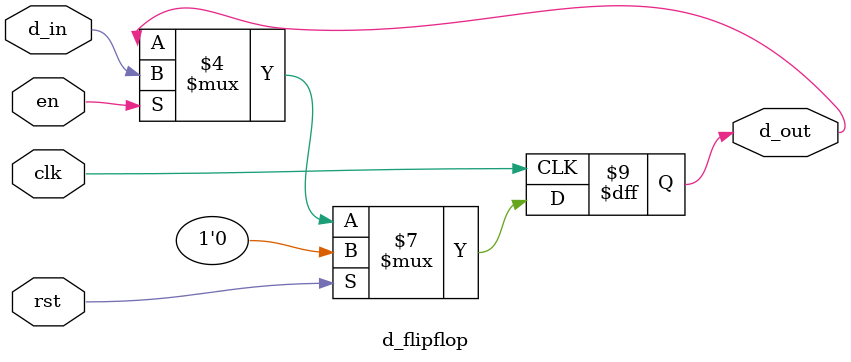
<source format=v>
`timescale 1ns / 1ps


module d_flipflop(
    input d_in,
    input clk, en, rst,
    output reg d_out
    );
    
    always@(posedge clk)
    begin
        if (rst == 1'b1)
        begin
            d_out <= 1'b0;
        end
        else begin
            if (en == 1'b1)
            begin
                d_out <= d_in;
            end
        end
    end
    
endmodule

</source>
